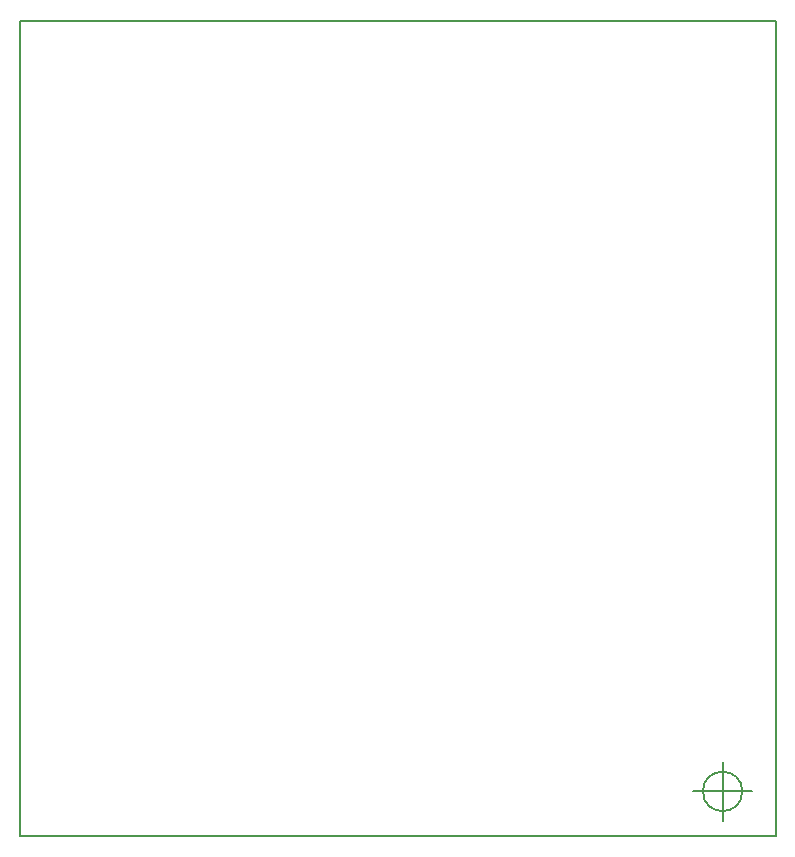
<source format=gbr>
G04 #@! TF.GenerationSoftware,KiCad,Pcbnew,(5.0.0)*
G04 #@! TF.CreationDate,2018-12-18T17:12:43+00:00*
G04 #@! TF.ProjectId,lm3150,6C6D333135302E6B696361645F706362,rev?*
G04 #@! TF.SameCoordinates,Original*
G04 #@! TF.FileFunction,Profile,NP*
%FSLAX46Y46*%
G04 Gerber Fmt 4.6, Leading zero omitted, Abs format (unit mm)*
G04 Created by KiCad (PCBNEW (5.0.0)) date 12/18/18 17:12:43*
%MOMM*%
%LPD*%
G01*
G04 APERTURE LIST*
%ADD10C,0.150000*%
G04 APERTURE END LIST*
D10*
X95000000Y-105000000D02*
X95000000Y-36000000D01*
X159000000Y-105000000D02*
X95000000Y-105000000D01*
X159000000Y-36000000D02*
X159000000Y-105000000D01*
X95000000Y-36000000D02*
X159000000Y-36000000D01*
X156166666Y-101250000D02*
G75*
G03X156166666Y-101250000I-1666666J0D01*
G01*
X152000000Y-101250000D02*
X157000000Y-101250000D01*
X154500000Y-98750000D02*
X154500000Y-103750000D01*
M02*

</source>
